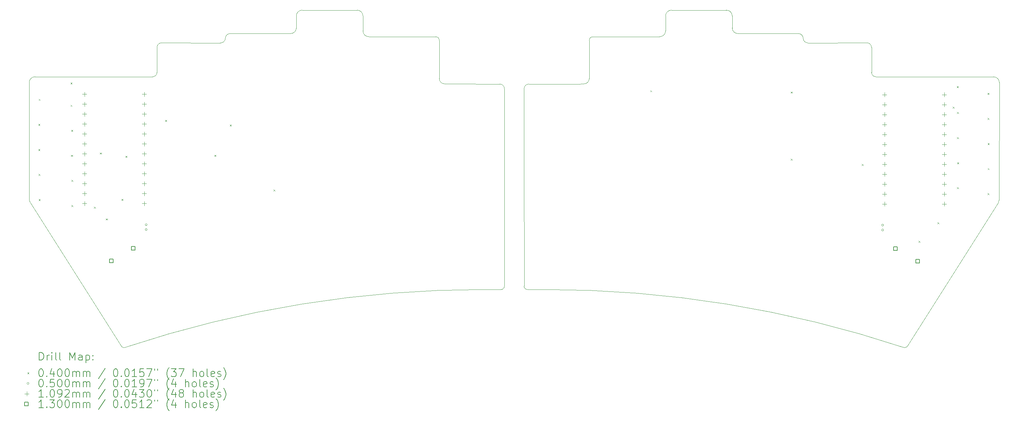
<source format=gbr>
%TF.GenerationSoftware,KiCad,Pcbnew,7.0.6*%
%TF.CreationDate,2024-10-08T23:05:20+02:00*%
%TF.ProjectId,KoalaKeeb_v1,4b6f616c-614b-4656-9562-5f76312e6b69,rev?*%
%TF.SameCoordinates,Original*%
%TF.FileFunction,Drillmap*%
%TF.FilePolarity,Positive*%
%FSLAX45Y45*%
G04 Gerber Fmt 4.5, Leading zero omitted, Abs format (unit mm)*
G04 Created by KiCad (PCBNEW 7.0.6) date 2024-10-08 23:05:20*
%MOMM*%
%LPD*%
G01*
G04 APERTURE LIST*
%ADD10C,0.100000*%
%ADD11C,0.200000*%
%ADD12C,0.040000*%
%ADD13C,0.050000*%
%ADD14C,0.109220*%
%ADD15C,0.130000*%
G04 APERTURE END LIST*
D10*
X16935788Y-4345065D02*
X16749788Y-4347061D01*
X20720789Y-2609061D02*
G75*
G03*
X20570788Y-2459061I-149999J1D01*
G01*
X11299048Y-2988962D02*
G75*
G03*
X11449042Y-3138962I150002J2D01*
G01*
X14909042Y-5488962D02*
X14909042Y-6208962D01*
X27537185Y-4311101D02*
X27535185Y-7307101D01*
X15530787Y-4348645D02*
X16749788Y-4347061D01*
X14789043Y-4348546D02*
X13570042Y-4346962D01*
X27512451Y-7374269D02*
G75*
G03*
X27535185Y-7307101I-126271J80170D01*
G01*
X2784645Y-7307002D02*
G75*
G03*
X2807379Y-7374170I149005J13002D01*
G01*
X19020788Y-2989061D02*
X19020788Y-2609061D01*
X13246048Y-4207962D02*
G75*
G03*
X13384042Y-4344966I138002J1002D01*
G01*
X20720789Y-2919061D02*
G75*
G03*
X20866854Y-3059187I146071J6071D01*
G01*
X14359042Y-9601602D02*
X14829042Y-9598962D01*
X19170788Y-2459068D02*
G75*
G03*
X19020788Y-2609061I-8J-149992D01*
G01*
X22655935Y-3298751D02*
X24155641Y-3293792D01*
X15411186Y-9511101D02*
G75*
G03*
X15490788Y-9599061I79604J-7959D01*
G01*
X2782645Y-4311002D02*
X2784645Y-7307002D01*
X2930645Y-4163005D02*
G75*
G03*
X2782645Y-4311002I-5J-147995D01*
G01*
X24276058Y-3414208D02*
G75*
G03*
X24155641Y-3293792I-120428J-12D01*
G01*
X9452976Y-3059088D02*
G75*
G03*
X9599042Y-2918962I-6J146198D01*
G01*
X13246053Y-3229962D02*
G75*
G03*
X13157042Y-3139962I-90003J2D01*
G01*
X13384042Y-4344966D02*
X13570042Y-4346962D01*
X7663895Y-3298652D02*
X6164189Y-3293693D01*
X5930645Y-4163009D02*
G75*
G03*
X6043645Y-4051002I-5J113009D01*
G01*
X5930645Y-4163006D02*
X2930645Y-4163002D01*
X14829042Y-9598962D02*
G75*
G03*
X14908645Y-9511002I-2J80002D01*
G01*
X27537179Y-4311101D02*
G75*
G03*
X27389185Y-4163101I-147999J1D01*
G01*
X24276057Y-3414208D02*
X24276185Y-4051101D01*
X5145046Y-11062317D02*
G75*
G03*
X5238734Y-11078040I54595J38317D01*
G01*
X25081095Y-11078139D02*
G75*
G03*
X15960788Y-9601701I-9120305J-27430921D01*
G01*
X18870788Y-3139068D02*
G75*
G03*
X19020788Y-2989061I-8J150008D01*
G01*
X6164189Y-3293693D02*
G75*
G03*
X6043773Y-3414109I11J-120427D01*
G01*
X16935788Y-4345062D02*
G75*
G03*
X17073788Y-4208061I2J138002D01*
G01*
X17073783Y-3230061D02*
X17073788Y-4208061D01*
X14909454Y-4468962D02*
G75*
G03*
X14789043Y-4348546I-120424J-9D01*
G01*
X11299042Y-2988962D02*
X11299042Y-2608962D01*
X22531205Y-3179061D02*
G75*
G03*
X22655935Y-3298751I124725J5141D01*
G01*
X20866854Y-3059187D02*
X22410788Y-3059061D01*
X14908645Y-9511002D02*
X14909042Y-6208962D01*
X2807645Y-7374002D02*
X5145051Y-11062313D01*
X15410788Y-5489061D02*
X15410788Y-6209061D01*
X7663895Y-3298652D02*
G75*
G03*
X7788626Y-3178962I5J124832D01*
G01*
X14359042Y-9601603D02*
G75*
G03*
X5238735Y-11078041I-2J-28907357D01*
G01*
X27512185Y-7374101D02*
X25174778Y-11062412D01*
X15411185Y-9511101D02*
X15410788Y-6209061D01*
X15530787Y-4348653D02*
G75*
G03*
X15410373Y-4469061I3J-120417D01*
G01*
X11299048Y-2608962D02*
G75*
G03*
X11149042Y-2458962I-149998J2D01*
G01*
X9452976Y-3059088D02*
X7909042Y-3058962D01*
X15960788Y-9601701D02*
X15490788Y-9599061D01*
X19170788Y-2459061D02*
X20570788Y-2459061D01*
X11149042Y-2458962D02*
X9749042Y-2458962D01*
X13157042Y-3139962D02*
X11449042Y-3138962D01*
X7909042Y-3058546D02*
G75*
G03*
X7788626Y-3178962I8J-120424D01*
G01*
X15410373Y-4469061D02*
X15410788Y-5489061D01*
X9749042Y-2458962D02*
G75*
G03*
X9599042Y-2608962I-2J-149998D01*
G01*
X6043773Y-3414109D02*
X6043645Y-4051002D01*
X9599042Y-2608962D02*
X9599042Y-2918962D01*
X25081091Y-11078145D02*
G75*
G03*
X25174778Y-11062412I39089J54045D01*
G01*
X22531205Y-3179061D02*
G75*
G03*
X22410788Y-3058645I-120425J-9D01*
G01*
X24389185Y-4163105D02*
X27389185Y-4163101D01*
X20720788Y-2609061D02*
X20720788Y-2919061D01*
X24276179Y-4051101D02*
G75*
G03*
X24389185Y-4163105I113001J1001D01*
G01*
X17162788Y-3140061D02*
X18870788Y-3139061D01*
X14909457Y-4468962D02*
X14909042Y-5488962D01*
X13246047Y-3229962D02*
X13246042Y-4207962D01*
X17162788Y-3140058D02*
G75*
G03*
X17073783Y-3230061I1002J-90002D01*
G01*
D11*
D12*
X3017645Y-5371002D02*
X3057645Y-5411002D01*
X3057645Y-5371002D02*
X3017645Y-5411002D01*
X3017645Y-6011002D02*
X3057645Y-6051002D01*
X3057645Y-6011002D02*
X3017645Y-6051002D01*
X3019645Y-6649002D02*
X3059645Y-6689002D01*
X3059645Y-6649002D02*
X3019645Y-6689002D01*
X3024645Y-4730002D02*
X3064645Y-4770002D01*
X3064645Y-4730002D02*
X3024645Y-4770002D01*
X3025645Y-7292002D02*
X3065645Y-7332002D01*
X3065645Y-7292002D02*
X3025645Y-7332002D01*
X3838645Y-4307002D02*
X3878645Y-4347002D01*
X3878645Y-4307002D02*
X3838645Y-4347002D01*
X3838645Y-4882002D02*
X3878645Y-4922002D01*
X3878645Y-4882002D02*
X3838645Y-4922002D01*
X3850645Y-6161002D02*
X3890645Y-6201002D01*
X3890645Y-6161002D02*
X3850645Y-6201002D01*
X3855645Y-5522002D02*
X3895645Y-5562002D01*
X3895645Y-5522002D02*
X3855645Y-5562002D01*
X3856645Y-7440002D02*
X3896645Y-7480002D01*
X3896645Y-7440002D02*
X3856645Y-7480002D01*
X3857645Y-6800002D02*
X3897645Y-6840002D01*
X3897645Y-6800002D02*
X3857645Y-6840002D01*
X4437645Y-7486002D02*
X4477645Y-7526002D01*
X4477645Y-7486002D02*
X4437645Y-7526002D01*
X4585645Y-6101002D02*
X4625645Y-6141002D01*
X4625645Y-6101002D02*
X4585645Y-6141002D01*
X4737645Y-7786002D02*
X4777645Y-7826002D01*
X4777645Y-7786002D02*
X4737645Y-7826002D01*
X5137645Y-7286002D02*
X5177645Y-7326002D01*
X5177645Y-7286002D02*
X5137645Y-7326002D01*
X5237645Y-6186002D02*
X5277645Y-6226002D01*
X5277645Y-6186002D02*
X5237645Y-6226002D01*
X6251645Y-5268002D02*
X6291645Y-5308002D01*
X6291645Y-5268002D02*
X6251645Y-5308002D01*
X7510645Y-6160002D02*
X7550645Y-6200002D01*
X7550645Y-6160002D02*
X7510645Y-6200002D01*
X7902645Y-5385002D02*
X7942645Y-5425002D01*
X7942645Y-5385002D02*
X7902645Y-5425002D01*
X9015645Y-7042002D02*
X9055645Y-7082002D01*
X9055645Y-7042002D02*
X9015645Y-7082002D01*
X18630788Y-4510061D02*
X18670788Y-4550061D01*
X18670788Y-4510061D02*
X18630788Y-4550061D01*
X22212788Y-4543061D02*
X22252788Y-4583061D01*
X22252788Y-4543061D02*
X22212788Y-4583061D01*
X22213788Y-6260061D02*
X22253788Y-6300061D01*
X22253788Y-6260061D02*
X22213788Y-6300061D01*
X24029788Y-6391061D02*
X24069788Y-6431061D01*
X24069788Y-6391061D02*
X24029788Y-6431061D01*
X25476788Y-8358061D02*
X25516788Y-8398061D01*
X25516788Y-8358061D02*
X25476788Y-8398061D01*
X25955788Y-7880061D02*
X25995788Y-7920061D01*
X25995788Y-7880061D02*
X25955788Y-7920061D01*
X26345788Y-4930061D02*
X26385788Y-4970061D01*
X26385788Y-4930061D02*
X26345788Y-4970061D01*
X26453788Y-4403061D02*
X26493788Y-4443061D01*
X26493788Y-4403061D02*
X26453788Y-4443061D01*
X26459788Y-5065061D02*
X26499788Y-5105061D01*
X26499788Y-5065061D02*
X26459788Y-5105061D01*
X26459788Y-5707061D02*
X26499788Y-5747061D01*
X26499788Y-5707061D02*
X26459788Y-5747061D01*
X26459788Y-6987061D02*
X26499788Y-7027061D01*
X26499788Y-6987061D02*
X26459788Y-7027061D01*
X26461788Y-6348061D02*
X26501788Y-6388061D01*
X26501788Y-6348061D02*
X26461788Y-6388061D01*
X27237788Y-4577061D02*
X27277788Y-4617061D01*
X27277788Y-4577061D02*
X27237788Y-4617061D01*
X27237788Y-5217061D02*
X27277788Y-5257061D01*
X27277788Y-5217061D02*
X27237788Y-5257061D01*
X27238788Y-7137061D02*
X27278788Y-7177061D01*
X27278788Y-7137061D02*
X27238788Y-7177061D01*
X27239788Y-6498061D02*
X27279788Y-6538061D01*
X27279788Y-6498061D02*
X27239788Y-6538061D01*
X27240788Y-5858061D02*
X27280788Y-5898061D01*
X27280788Y-5858061D02*
X27240788Y-5898061D01*
D13*
X5792245Y-7943502D02*
G75*
G03*
X5792245Y-7943502I-25000J0D01*
G01*
X5792245Y-8068502D02*
G75*
G03*
X5792245Y-8068502I-25000J0D01*
G01*
X24584188Y-7954561D02*
G75*
G03*
X24584188Y-7954561I-25000J0D01*
G01*
X24584188Y-8079561D02*
G75*
G03*
X24584188Y-8079561I-25000J0D01*
G01*
D14*
X4195645Y-4554392D02*
X4195645Y-4663612D01*
X4141035Y-4609002D02*
X4250255Y-4609002D01*
X4195645Y-4808392D02*
X4195645Y-4917612D01*
X4141035Y-4863002D02*
X4250255Y-4863002D01*
X4195645Y-5062392D02*
X4195645Y-5171612D01*
X4141035Y-5117002D02*
X4250255Y-5117002D01*
X4195645Y-5316392D02*
X4195645Y-5425612D01*
X4141035Y-5371002D02*
X4250255Y-5371002D01*
X4195645Y-5570392D02*
X4195645Y-5679612D01*
X4141035Y-5625002D02*
X4250255Y-5625002D01*
X4195645Y-5824392D02*
X4195645Y-5933612D01*
X4141035Y-5879002D02*
X4250255Y-5879002D01*
X4195645Y-6078392D02*
X4195645Y-6187612D01*
X4141035Y-6133002D02*
X4250255Y-6133002D01*
X4195645Y-6332392D02*
X4195645Y-6441612D01*
X4141035Y-6387002D02*
X4250255Y-6387002D01*
X4195645Y-6586392D02*
X4195645Y-6695612D01*
X4141035Y-6641002D02*
X4250255Y-6641002D01*
X4195645Y-6840392D02*
X4195645Y-6949612D01*
X4141035Y-6895002D02*
X4250255Y-6895002D01*
X4195645Y-7094392D02*
X4195645Y-7203612D01*
X4141035Y-7149002D02*
X4250255Y-7149002D01*
X4195645Y-7348392D02*
X4195645Y-7457612D01*
X4141035Y-7403002D02*
X4250255Y-7403002D01*
X5719645Y-4554392D02*
X5719645Y-4663612D01*
X5665035Y-4609002D02*
X5774255Y-4609002D01*
X5719645Y-4808392D02*
X5719645Y-4917612D01*
X5665035Y-4863002D02*
X5774255Y-4863002D01*
X5719645Y-5062392D02*
X5719645Y-5171612D01*
X5665035Y-5117002D02*
X5774255Y-5117002D01*
X5719645Y-5316392D02*
X5719645Y-5425612D01*
X5665035Y-5371002D02*
X5774255Y-5371002D01*
X5719645Y-5570392D02*
X5719645Y-5679612D01*
X5665035Y-5625002D02*
X5774255Y-5625002D01*
X5719645Y-5824392D02*
X5719645Y-5933612D01*
X5665035Y-5879002D02*
X5774255Y-5879002D01*
X5719645Y-6078392D02*
X5719645Y-6187612D01*
X5665035Y-6133002D02*
X5774255Y-6133002D01*
X5719645Y-6332392D02*
X5719645Y-6441612D01*
X5665035Y-6387002D02*
X5774255Y-6387002D01*
X5719645Y-6586392D02*
X5719645Y-6695612D01*
X5665035Y-6641002D02*
X5774255Y-6641002D01*
X5719645Y-6840392D02*
X5719645Y-6949612D01*
X5665035Y-6895002D02*
X5774255Y-6895002D01*
X5719645Y-7094392D02*
X5719645Y-7203612D01*
X5665035Y-7149002D02*
X5774255Y-7149002D01*
X5719645Y-7348392D02*
X5719645Y-7457612D01*
X5665035Y-7403002D02*
X5774255Y-7403002D01*
X24606788Y-4565451D02*
X24606788Y-4674671D01*
X24552178Y-4620061D02*
X24661398Y-4620061D01*
X24606788Y-4819451D02*
X24606788Y-4928671D01*
X24552178Y-4874061D02*
X24661398Y-4874061D01*
X24606788Y-5073451D02*
X24606788Y-5182671D01*
X24552178Y-5128061D02*
X24661398Y-5128061D01*
X24606788Y-5327451D02*
X24606788Y-5436671D01*
X24552178Y-5382061D02*
X24661398Y-5382061D01*
X24606788Y-5581451D02*
X24606788Y-5690671D01*
X24552178Y-5636061D02*
X24661398Y-5636061D01*
X24606788Y-5835451D02*
X24606788Y-5944671D01*
X24552178Y-5890061D02*
X24661398Y-5890061D01*
X24606788Y-6089451D02*
X24606788Y-6198671D01*
X24552178Y-6144061D02*
X24661398Y-6144061D01*
X24606788Y-6343451D02*
X24606788Y-6452671D01*
X24552178Y-6398061D02*
X24661398Y-6398061D01*
X24606788Y-6597451D02*
X24606788Y-6706671D01*
X24552178Y-6652061D02*
X24661398Y-6652061D01*
X24606788Y-6851451D02*
X24606788Y-6960671D01*
X24552178Y-6906061D02*
X24661398Y-6906061D01*
X24606788Y-7105451D02*
X24606788Y-7214671D01*
X24552178Y-7160061D02*
X24661398Y-7160061D01*
X24606788Y-7359451D02*
X24606788Y-7468671D01*
X24552178Y-7414061D02*
X24661398Y-7414061D01*
X26130788Y-4565451D02*
X26130788Y-4674671D01*
X26076178Y-4620061D02*
X26185398Y-4620061D01*
X26130788Y-4819451D02*
X26130788Y-4928671D01*
X26076178Y-4874061D02*
X26185398Y-4874061D01*
X26130788Y-5073451D02*
X26130788Y-5182671D01*
X26076178Y-5128061D02*
X26185398Y-5128061D01*
X26130788Y-5327451D02*
X26130788Y-5436671D01*
X26076178Y-5382061D02*
X26185398Y-5382061D01*
X26130788Y-5581451D02*
X26130788Y-5690671D01*
X26076178Y-5636061D02*
X26185398Y-5636061D01*
X26130788Y-5835451D02*
X26130788Y-5944671D01*
X26076178Y-5890061D02*
X26185398Y-5890061D01*
X26130788Y-6089451D02*
X26130788Y-6198671D01*
X26076178Y-6144061D02*
X26185398Y-6144061D01*
X26130788Y-6343451D02*
X26130788Y-6452671D01*
X26076178Y-6398061D02*
X26185398Y-6398061D01*
X26130788Y-6597451D02*
X26130788Y-6706671D01*
X26076178Y-6652061D02*
X26185398Y-6652061D01*
X26130788Y-6851451D02*
X26130788Y-6960671D01*
X26076178Y-6906061D02*
X26185398Y-6906061D01*
X26130788Y-7105451D02*
X26130788Y-7214671D01*
X26076178Y-7160061D02*
X26185398Y-7160061D01*
X26130788Y-7359451D02*
X26130788Y-7468671D01*
X26076178Y-7414061D02*
X26185398Y-7414061D01*
D15*
X4922149Y-8914464D02*
X4922149Y-8822539D01*
X4830224Y-8822539D01*
X4830224Y-8914464D01*
X4922149Y-8914464D01*
X5485065Y-8589464D02*
X5485065Y-8497539D01*
X5393141Y-8497539D01*
X5393141Y-8589464D01*
X5485065Y-8589464D01*
X24933292Y-8600523D02*
X24933292Y-8508599D01*
X24841367Y-8508599D01*
X24841367Y-8600523D01*
X24933292Y-8600523D01*
X25496209Y-8925523D02*
X25496209Y-8833599D01*
X25404284Y-8833599D01*
X25404284Y-8925523D01*
X25496209Y-8925523D01*
D11*
X3038421Y-11407283D02*
X3038421Y-11207283D01*
X3038421Y-11207283D02*
X3086040Y-11207283D01*
X3086040Y-11207283D02*
X3114612Y-11216807D01*
X3114612Y-11216807D02*
X3133660Y-11235854D01*
X3133660Y-11235854D02*
X3143183Y-11254902D01*
X3143183Y-11254902D02*
X3152707Y-11292997D01*
X3152707Y-11292997D02*
X3152707Y-11321569D01*
X3152707Y-11321569D02*
X3143183Y-11359664D01*
X3143183Y-11359664D02*
X3133660Y-11378712D01*
X3133660Y-11378712D02*
X3114612Y-11397759D01*
X3114612Y-11397759D02*
X3086040Y-11407283D01*
X3086040Y-11407283D02*
X3038421Y-11407283D01*
X3238421Y-11407283D02*
X3238421Y-11273950D01*
X3238421Y-11312045D02*
X3247945Y-11292997D01*
X3247945Y-11292997D02*
X3257469Y-11283473D01*
X3257469Y-11283473D02*
X3276517Y-11273950D01*
X3276517Y-11273950D02*
X3295564Y-11273950D01*
X3362231Y-11407283D02*
X3362231Y-11273950D01*
X3362231Y-11207283D02*
X3352707Y-11216807D01*
X3352707Y-11216807D02*
X3362231Y-11226331D01*
X3362231Y-11226331D02*
X3371755Y-11216807D01*
X3371755Y-11216807D02*
X3362231Y-11207283D01*
X3362231Y-11207283D02*
X3362231Y-11226331D01*
X3486040Y-11407283D02*
X3466993Y-11397759D01*
X3466993Y-11397759D02*
X3457469Y-11378712D01*
X3457469Y-11378712D02*
X3457469Y-11207283D01*
X3590802Y-11407283D02*
X3571755Y-11397759D01*
X3571755Y-11397759D02*
X3562231Y-11378712D01*
X3562231Y-11378712D02*
X3562231Y-11207283D01*
X3819374Y-11407283D02*
X3819374Y-11207283D01*
X3819374Y-11207283D02*
X3886041Y-11350140D01*
X3886041Y-11350140D02*
X3952707Y-11207283D01*
X3952707Y-11207283D02*
X3952707Y-11407283D01*
X4133660Y-11407283D02*
X4133660Y-11302521D01*
X4133660Y-11302521D02*
X4124136Y-11283473D01*
X4124136Y-11283473D02*
X4105088Y-11273950D01*
X4105088Y-11273950D02*
X4066993Y-11273950D01*
X4066993Y-11273950D02*
X4047945Y-11283473D01*
X4133660Y-11397759D02*
X4114612Y-11407283D01*
X4114612Y-11407283D02*
X4066993Y-11407283D01*
X4066993Y-11407283D02*
X4047945Y-11397759D01*
X4047945Y-11397759D02*
X4038421Y-11378712D01*
X4038421Y-11378712D02*
X4038421Y-11359664D01*
X4038421Y-11359664D02*
X4047945Y-11340616D01*
X4047945Y-11340616D02*
X4066993Y-11331093D01*
X4066993Y-11331093D02*
X4114612Y-11331093D01*
X4114612Y-11331093D02*
X4133660Y-11321569D01*
X4228898Y-11273950D02*
X4228898Y-11473950D01*
X4228898Y-11283473D02*
X4247945Y-11273950D01*
X4247945Y-11273950D02*
X4286041Y-11273950D01*
X4286041Y-11273950D02*
X4305088Y-11283473D01*
X4305088Y-11283473D02*
X4314612Y-11292997D01*
X4314612Y-11292997D02*
X4324136Y-11312045D01*
X4324136Y-11312045D02*
X4324136Y-11369188D01*
X4324136Y-11369188D02*
X4314612Y-11388235D01*
X4314612Y-11388235D02*
X4305088Y-11397759D01*
X4305088Y-11397759D02*
X4286041Y-11407283D01*
X4286041Y-11407283D02*
X4247945Y-11407283D01*
X4247945Y-11407283D02*
X4228898Y-11397759D01*
X4409850Y-11388235D02*
X4419374Y-11397759D01*
X4419374Y-11397759D02*
X4409850Y-11407283D01*
X4409850Y-11407283D02*
X4400326Y-11397759D01*
X4400326Y-11397759D02*
X4409850Y-11388235D01*
X4409850Y-11388235D02*
X4409850Y-11407283D01*
X4409850Y-11283473D02*
X4419374Y-11292997D01*
X4419374Y-11292997D02*
X4409850Y-11302521D01*
X4409850Y-11302521D02*
X4400326Y-11292997D01*
X4400326Y-11292997D02*
X4409850Y-11283473D01*
X4409850Y-11283473D02*
X4409850Y-11302521D01*
D12*
X2737645Y-11715799D02*
X2777645Y-11755799D01*
X2777645Y-11715799D02*
X2737645Y-11755799D01*
D11*
X3076517Y-11627283D02*
X3095564Y-11627283D01*
X3095564Y-11627283D02*
X3114612Y-11636807D01*
X3114612Y-11636807D02*
X3124136Y-11646331D01*
X3124136Y-11646331D02*
X3133660Y-11665378D01*
X3133660Y-11665378D02*
X3143183Y-11703473D01*
X3143183Y-11703473D02*
X3143183Y-11751093D01*
X3143183Y-11751093D02*
X3133660Y-11789188D01*
X3133660Y-11789188D02*
X3124136Y-11808235D01*
X3124136Y-11808235D02*
X3114612Y-11817759D01*
X3114612Y-11817759D02*
X3095564Y-11827283D01*
X3095564Y-11827283D02*
X3076517Y-11827283D01*
X3076517Y-11827283D02*
X3057469Y-11817759D01*
X3057469Y-11817759D02*
X3047945Y-11808235D01*
X3047945Y-11808235D02*
X3038421Y-11789188D01*
X3038421Y-11789188D02*
X3028898Y-11751093D01*
X3028898Y-11751093D02*
X3028898Y-11703473D01*
X3028898Y-11703473D02*
X3038421Y-11665378D01*
X3038421Y-11665378D02*
X3047945Y-11646331D01*
X3047945Y-11646331D02*
X3057469Y-11636807D01*
X3057469Y-11636807D02*
X3076517Y-11627283D01*
X3228898Y-11808235D02*
X3238421Y-11817759D01*
X3238421Y-11817759D02*
X3228898Y-11827283D01*
X3228898Y-11827283D02*
X3219374Y-11817759D01*
X3219374Y-11817759D02*
X3228898Y-11808235D01*
X3228898Y-11808235D02*
X3228898Y-11827283D01*
X3409850Y-11693950D02*
X3409850Y-11827283D01*
X3362231Y-11617759D02*
X3314612Y-11760616D01*
X3314612Y-11760616D02*
X3438421Y-11760616D01*
X3552707Y-11627283D02*
X3571755Y-11627283D01*
X3571755Y-11627283D02*
X3590802Y-11636807D01*
X3590802Y-11636807D02*
X3600326Y-11646331D01*
X3600326Y-11646331D02*
X3609850Y-11665378D01*
X3609850Y-11665378D02*
X3619374Y-11703473D01*
X3619374Y-11703473D02*
X3619374Y-11751093D01*
X3619374Y-11751093D02*
X3609850Y-11789188D01*
X3609850Y-11789188D02*
X3600326Y-11808235D01*
X3600326Y-11808235D02*
X3590802Y-11817759D01*
X3590802Y-11817759D02*
X3571755Y-11827283D01*
X3571755Y-11827283D02*
X3552707Y-11827283D01*
X3552707Y-11827283D02*
X3533660Y-11817759D01*
X3533660Y-11817759D02*
X3524136Y-11808235D01*
X3524136Y-11808235D02*
X3514612Y-11789188D01*
X3514612Y-11789188D02*
X3505088Y-11751093D01*
X3505088Y-11751093D02*
X3505088Y-11703473D01*
X3505088Y-11703473D02*
X3514612Y-11665378D01*
X3514612Y-11665378D02*
X3524136Y-11646331D01*
X3524136Y-11646331D02*
X3533660Y-11636807D01*
X3533660Y-11636807D02*
X3552707Y-11627283D01*
X3743183Y-11627283D02*
X3762231Y-11627283D01*
X3762231Y-11627283D02*
X3781279Y-11636807D01*
X3781279Y-11636807D02*
X3790802Y-11646331D01*
X3790802Y-11646331D02*
X3800326Y-11665378D01*
X3800326Y-11665378D02*
X3809850Y-11703473D01*
X3809850Y-11703473D02*
X3809850Y-11751093D01*
X3809850Y-11751093D02*
X3800326Y-11789188D01*
X3800326Y-11789188D02*
X3790802Y-11808235D01*
X3790802Y-11808235D02*
X3781279Y-11817759D01*
X3781279Y-11817759D02*
X3762231Y-11827283D01*
X3762231Y-11827283D02*
X3743183Y-11827283D01*
X3743183Y-11827283D02*
X3724136Y-11817759D01*
X3724136Y-11817759D02*
X3714612Y-11808235D01*
X3714612Y-11808235D02*
X3705088Y-11789188D01*
X3705088Y-11789188D02*
X3695564Y-11751093D01*
X3695564Y-11751093D02*
X3695564Y-11703473D01*
X3695564Y-11703473D02*
X3705088Y-11665378D01*
X3705088Y-11665378D02*
X3714612Y-11646331D01*
X3714612Y-11646331D02*
X3724136Y-11636807D01*
X3724136Y-11636807D02*
X3743183Y-11627283D01*
X3895564Y-11827283D02*
X3895564Y-11693950D01*
X3895564Y-11712997D02*
X3905088Y-11703473D01*
X3905088Y-11703473D02*
X3924136Y-11693950D01*
X3924136Y-11693950D02*
X3952707Y-11693950D01*
X3952707Y-11693950D02*
X3971755Y-11703473D01*
X3971755Y-11703473D02*
X3981279Y-11722521D01*
X3981279Y-11722521D02*
X3981279Y-11827283D01*
X3981279Y-11722521D02*
X3990802Y-11703473D01*
X3990802Y-11703473D02*
X4009850Y-11693950D01*
X4009850Y-11693950D02*
X4038421Y-11693950D01*
X4038421Y-11693950D02*
X4057469Y-11703473D01*
X4057469Y-11703473D02*
X4066993Y-11722521D01*
X4066993Y-11722521D02*
X4066993Y-11827283D01*
X4162231Y-11827283D02*
X4162231Y-11693950D01*
X4162231Y-11712997D02*
X4171755Y-11703473D01*
X4171755Y-11703473D02*
X4190802Y-11693950D01*
X4190802Y-11693950D02*
X4219374Y-11693950D01*
X4219374Y-11693950D02*
X4238422Y-11703473D01*
X4238422Y-11703473D02*
X4247945Y-11722521D01*
X4247945Y-11722521D02*
X4247945Y-11827283D01*
X4247945Y-11722521D02*
X4257469Y-11703473D01*
X4257469Y-11703473D02*
X4276517Y-11693950D01*
X4276517Y-11693950D02*
X4305088Y-11693950D01*
X4305088Y-11693950D02*
X4324136Y-11703473D01*
X4324136Y-11703473D02*
X4333660Y-11722521D01*
X4333660Y-11722521D02*
X4333660Y-11827283D01*
X4724136Y-11617759D02*
X4552707Y-11874902D01*
X4981279Y-11627283D02*
X5000327Y-11627283D01*
X5000327Y-11627283D02*
X5019374Y-11636807D01*
X5019374Y-11636807D02*
X5028898Y-11646331D01*
X5028898Y-11646331D02*
X5038422Y-11665378D01*
X5038422Y-11665378D02*
X5047946Y-11703473D01*
X5047946Y-11703473D02*
X5047946Y-11751093D01*
X5047946Y-11751093D02*
X5038422Y-11789188D01*
X5038422Y-11789188D02*
X5028898Y-11808235D01*
X5028898Y-11808235D02*
X5019374Y-11817759D01*
X5019374Y-11817759D02*
X5000327Y-11827283D01*
X5000327Y-11827283D02*
X4981279Y-11827283D01*
X4981279Y-11827283D02*
X4962231Y-11817759D01*
X4962231Y-11817759D02*
X4952707Y-11808235D01*
X4952707Y-11808235D02*
X4943184Y-11789188D01*
X4943184Y-11789188D02*
X4933660Y-11751093D01*
X4933660Y-11751093D02*
X4933660Y-11703473D01*
X4933660Y-11703473D02*
X4943184Y-11665378D01*
X4943184Y-11665378D02*
X4952707Y-11646331D01*
X4952707Y-11646331D02*
X4962231Y-11636807D01*
X4962231Y-11636807D02*
X4981279Y-11627283D01*
X5133660Y-11808235D02*
X5143184Y-11817759D01*
X5143184Y-11817759D02*
X5133660Y-11827283D01*
X5133660Y-11827283D02*
X5124136Y-11817759D01*
X5124136Y-11817759D02*
X5133660Y-11808235D01*
X5133660Y-11808235D02*
X5133660Y-11827283D01*
X5266993Y-11627283D02*
X5286041Y-11627283D01*
X5286041Y-11627283D02*
X5305088Y-11636807D01*
X5305088Y-11636807D02*
X5314612Y-11646331D01*
X5314612Y-11646331D02*
X5324136Y-11665378D01*
X5324136Y-11665378D02*
X5333660Y-11703473D01*
X5333660Y-11703473D02*
X5333660Y-11751093D01*
X5333660Y-11751093D02*
X5324136Y-11789188D01*
X5324136Y-11789188D02*
X5314612Y-11808235D01*
X5314612Y-11808235D02*
X5305088Y-11817759D01*
X5305088Y-11817759D02*
X5286041Y-11827283D01*
X5286041Y-11827283D02*
X5266993Y-11827283D01*
X5266993Y-11827283D02*
X5247946Y-11817759D01*
X5247946Y-11817759D02*
X5238422Y-11808235D01*
X5238422Y-11808235D02*
X5228898Y-11789188D01*
X5228898Y-11789188D02*
X5219374Y-11751093D01*
X5219374Y-11751093D02*
X5219374Y-11703473D01*
X5219374Y-11703473D02*
X5228898Y-11665378D01*
X5228898Y-11665378D02*
X5238422Y-11646331D01*
X5238422Y-11646331D02*
X5247946Y-11636807D01*
X5247946Y-11636807D02*
X5266993Y-11627283D01*
X5524136Y-11827283D02*
X5409850Y-11827283D01*
X5466993Y-11827283D02*
X5466993Y-11627283D01*
X5466993Y-11627283D02*
X5447946Y-11655854D01*
X5447946Y-11655854D02*
X5428898Y-11674902D01*
X5428898Y-11674902D02*
X5409850Y-11684426D01*
X5705088Y-11627283D02*
X5609850Y-11627283D01*
X5609850Y-11627283D02*
X5600326Y-11722521D01*
X5600326Y-11722521D02*
X5609850Y-11712997D01*
X5609850Y-11712997D02*
X5628898Y-11703473D01*
X5628898Y-11703473D02*
X5676517Y-11703473D01*
X5676517Y-11703473D02*
X5695565Y-11712997D01*
X5695565Y-11712997D02*
X5705088Y-11722521D01*
X5705088Y-11722521D02*
X5714612Y-11741569D01*
X5714612Y-11741569D02*
X5714612Y-11789188D01*
X5714612Y-11789188D02*
X5705088Y-11808235D01*
X5705088Y-11808235D02*
X5695565Y-11817759D01*
X5695565Y-11817759D02*
X5676517Y-11827283D01*
X5676517Y-11827283D02*
X5628898Y-11827283D01*
X5628898Y-11827283D02*
X5609850Y-11817759D01*
X5609850Y-11817759D02*
X5600326Y-11808235D01*
X5781279Y-11627283D02*
X5914612Y-11627283D01*
X5914612Y-11627283D02*
X5828898Y-11827283D01*
X5981279Y-11627283D02*
X5981279Y-11665378D01*
X6057469Y-11627283D02*
X6057469Y-11665378D01*
X6352708Y-11903473D02*
X6343184Y-11893950D01*
X6343184Y-11893950D02*
X6324136Y-11865378D01*
X6324136Y-11865378D02*
X6314612Y-11846331D01*
X6314612Y-11846331D02*
X6305088Y-11817759D01*
X6305088Y-11817759D02*
X6295565Y-11770140D01*
X6295565Y-11770140D02*
X6295565Y-11732045D01*
X6295565Y-11732045D02*
X6305088Y-11684426D01*
X6305088Y-11684426D02*
X6314612Y-11655854D01*
X6314612Y-11655854D02*
X6324136Y-11636807D01*
X6324136Y-11636807D02*
X6343184Y-11608235D01*
X6343184Y-11608235D02*
X6352708Y-11598712D01*
X6409850Y-11627283D02*
X6533660Y-11627283D01*
X6533660Y-11627283D02*
X6466993Y-11703473D01*
X6466993Y-11703473D02*
X6495565Y-11703473D01*
X6495565Y-11703473D02*
X6514612Y-11712997D01*
X6514612Y-11712997D02*
X6524136Y-11722521D01*
X6524136Y-11722521D02*
X6533660Y-11741569D01*
X6533660Y-11741569D02*
X6533660Y-11789188D01*
X6533660Y-11789188D02*
X6524136Y-11808235D01*
X6524136Y-11808235D02*
X6514612Y-11817759D01*
X6514612Y-11817759D02*
X6495565Y-11827283D01*
X6495565Y-11827283D02*
X6438422Y-11827283D01*
X6438422Y-11827283D02*
X6419374Y-11817759D01*
X6419374Y-11817759D02*
X6409850Y-11808235D01*
X6600327Y-11627283D02*
X6733660Y-11627283D01*
X6733660Y-11627283D02*
X6647946Y-11827283D01*
X6962231Y-11827283D02*
X6962231Y-11627283D01*
X7047946Y-11827283D02*
X7047946Y-11722521D01*
X7047946Y-11722521D02*
X7038422Y-11703473D01*
X7038422Y-11703473D02*
X7019374Y-11693950D01*
X7019374Y-11693950D02*
X6990803Y-11693950D01*
X6990803Y-11693950D02*
X6971755Y-11703473D01*
X6971755Y-11703473D02*
X6962231Y-11712997D01*
X7171755Y-11827283D02*
X7152708Y-11817759D01*
X7152708Y-11817759D02*
X7143184Y-11808235D01*
X7143184Y-11808235D02*
X7133660Y-11789188D01*
X7133660Y-11789188D02*
X7133660Y-11732045D01*
X7133660Y-11732045D02*
X7143184Y-11712997D01*
X7143184Y-11712997D02*
X7152708Y-11703473D01*
X7152708Y-11703473D02*
X7171755Y-11693950D01*
X7171755Y-11693950D02*
X7200327Y-11693950D01*
X7200327Y-11693950D02*
X7219374Y-11703473D01*
X7219374Y-11703473D02*
X7228898Y-11712997D01*
X7228898Y-11712997D02*
X7238422Y-11732045D01*
X7238422Y-11732045D02*
X7238422Y-11789188D01*
X7238422Y-11789188D02*
X7228898Y-11808235D01*
X7228898Y-11808235D02*
X7219374Y-11817759D01*
X7219374Y-11817759D02*
X7200327Y-11827283D01*
X7200327Y-11827283D02*
X7171755Y-11827283D01*
X7352708Y-11827283D02*
X7333660Y-11817759D01*
X7333660Y-11817759D02*
X7324136Y-11798712D01*
X7324136Y-11798712D02*
X7324136Y-11627283D01*
X7505089Y-11817759D02*
X7486041Y-11827283D01*
X7486041Y-11827283D02*
X7447946Y-11827283D01*
X7447946Y-11827283D02*
X7428898Y-11817759D01*
X7428898Y-11817759D02*
X7419374Y-11798712D01*
X7419374Y-11798712D02*
X7419374Y-11722521D01*
X7419374Y-11722521D02*
X7428898Y-11703473D01*
X7428898Y-11703473D02*
X7447946Y-11693950D01*
X7447946Y-11693950D02*
X7486041Y-11693950D01*
X7486041Y-11693950D02*
X7505089Y-11703473D01*
X7505089Y-11703473D02*
X7514612Y-11722521D01*
X7514612Y-11722521D02*
X7514612Y-11741569D01*
X7514612Y-11741569D02*
X7419374Y-11760616D01*
X7590803Y-11817759D02*
X7609850Y-11827283D01*
X7609850Y-11827283D02*
X7647946Y-11827283D01*
X7647946Y-11827283D02*
X7666993Y-11817759D01*
X7666993Y-11817759D02*
X7676517Y-11798712D01*
X7676517Y-11798712D02*
X7676517Y-11789188D01*
X7676517Y-11789188D02*
X7666993Y-11770140D01*
X7666993Y-11770140D02*
X7647946Y-11760616D01*
X7647946Y-11760616D02*
X7619374Y-11760616D01*
X7619374Y-11760616D02*
X7600327Y-11751093D01*
X7600327Y-11751093D02*
X7590803Y-11732045D01*
X7590803Y-11732045D02*
X7590803Y-11722521D01*
X7590803Y-11722521D02*
X7600327Y-11703473D01*
X7600327Y-11703473D02*
X7619374Y-11693950D01*
X7619374Y-11693950D02*
X7647946Y-11693950D01*
X7647946Y-11693950D02*
X7666993Y-11703473D01*
X7743184Y-11903473D02*
X7752708Y-11893950D01*
X7752708Y-11893950D02*
X7771755Y-11865378D01*
X7771755Y-11865378D02*
X7781279Y-11846331D01*
X7781279Y-11846331D02*
X7790803Y-11817759D01*
X7790803Y-11817759D02*
X7800327Y-11770140D01*
X7800327Y-11770140D02*
X7800327Y-11732045D01*
X7800327Y-11732045D02*
X7790803Y-11684426D01*
X7790803Y-11684426D02*
X7781279Y-11655854D01*
X7781279Y-11655854D02*
X7771755Y-11636807D01*
X7771755Y-11636807D02*
X7752708Y-11608235D01*
X7752708Y-11608235D02*
X7743184Y-11598712D01*
D13*
X2777645Y-11999799D02*
G75*
G03*
X2777645Y-11999799I-25000J0D01*
G01*
D11*
X3076517Y-11891283D02*
X3095564Y-11891283D01*
X3095564Y-11891283D02*
X3114612Y-11900807D01*
X3114612Y-11900807D02*
X3124136Y-11910331D01*
X3124136Y-11910331D02*
X3133660Y-11929378D01*
X3133660Y-11929378D02*
X3143183Y-11967473D01*
X3143183Y-11967473D02*
X3143183Y-12015093D01*
X3143183Y-12015093D02*
X3133660Y-12053188D01*
X3133660Y-12053188D02*
X3124136Y-12072235D01*
X3124136Y-12072235D02*
X3114612Y-12081759D01*
X3114612Y-12081759D02*
X3095564Y-12091283D01*
X3095564Y-12091283D02*
X3076517Y-12091283D01*
X3076517Y-12091283D02*
X3057469Y-12081759D01*
X3057469Y-12081759D02*
X3047945Y-12072235D01*
X3047945Y-12072235D02*
X3038421Y-12053188D01*
X3038421Y-12053188D02*
X3028898Y-12015093D01*
X3028898Y-12015093D02*
X3028898Y-11967473D01*
X3028898Y-11967473D02*
X3038421Y-11929378D01*
X3038421Y-11929378D02*
X3047945Y-11910331D01*
X3047945Y-11910331D02*
X3057469Y-11900807D01*
X3057469Y-11900807D02*
X3076517Y-11891283D01*
X3228898Y-12072235D02*
X3238421Y-12081759D01*
X3238421Y-12081759D02*
X3228898Y-12091283D01*
X3228898Y-12091283D02*
X3219374Y-12081759D01*
X3219374Y-12081759D02*
X3228898Y-12072235D01*
X3228898Y-12072235D02*
X3228898Y-12091283D01*
X3419374Y-11891283D02*
X3324136Y-11891283D01*
X3324136Y-11891283D02*
X3314612Y-11986521D01*
X3314612Y-11986521D02*
X3324136Y-11976997D01*
X3324136Y-11976997D02*
X3343183Y-11967473D01*
X3343183Y-11967473D02*
X3390802Y-11967473D01*
X3390802Y-11967473D02*
X3409850Y-11976997D01*
X3409850Y-11976997D02*
X3419374Y-11986521D01*
X3419374Y-11986521D02*
X3428898Y-12005569D01*
X3428898Y-12005569D02*
X3428898Y-12053188D01*
X3428898Y-12053188D02*
X3419374Y-12072235D01*
X3419374Y-12072235D02*
X3409850Y-12081759D01*
X3409850Y-12081759D02*
X3390802Y-12091283D01*
X3390802Y-12091283D02*
X3343183Y-12091283D01*
X3343183Y-12091283D02*
X3324136Y-12081759D01*
X3324136Y-12081759D02*
X3314612Y-12072235D01*
X3552707Y-11891283D02*
X3571755Y-11891283D01*
X3571755Y-11891283D02*
X3590802Y-11900807D01*
X3590802Y-11900807D02*
X3600326Y-11910331D01*
X3600326Y-11910331D02*
X3609850Y-11929378D01*
X3609850Y-11929378D02*
X3619374Y-11967473D01*
X3619374Y-11967473D02*
X3619374Y-12015093D01*
X3619374Y-12015093D02*
X3609850Y-12053188D01*
X3609850Y-12053188D02*
X3600326Y-12072235D01*
X3600326Y-12072235D02*
X3590802Y-12081759D01*
X3590802Y-12081759D02*
X3571755Y-12091283D01*
X3571755Y-12091283D02*
X3552707Y-12091283D01*
X3552707Y-12091283D02*
X3533660Y-12081759D01*
X3533660Y-12081759D02*
X3524136Y-12072235D01*
X3524136Y-12072235D02*
X3514612Y-12053188D01*
X3514612Y-12053188D02*
X3505088Y-12015093D01*
X3505088Y-12015093D02*
X3505088Y-11967473D01*
X3505088Y-11967473D02*
X3514612Y-11929378D01*
X3514612Y-11929378D02*
X3524136Y-11910331D01*
X3524136Y-11910331D02*
X3533660Y-11900807D01*
X3533660Y-11900807D02*
X3552707Y-11891283D01*
X3743183Y-11891283D02*
X3762231Y-11891283D01*
X3762231Y-11891283D02*
X3781279Y-11900807D01*
X3781279Y-11900807D02*
X3790802Y-11910331D01*
X3790802Y-11910331D02*
X3800326Y-11929378D01*
X3800326Y-11929378D02*
X3809850Y-11967473D01*
X3809850Y-11967473D02*
X3809850Y-12015093D01*
X3809850Y-12015093D02*
X3800326Y-12053188D01*
X3800326Y-12053188D02*
X3790802Y-12072235D01*
X3790802Y-12072235D02*
X3781279Y-12081759D01*
X3781279Y-12081759D02*
X3762231Y-12091283D01*
X3762231Y-12091283D02*
X3743183Y-12091283D01*
X3743183Y-12091283D02*
X3724136Y-12081759D01*
X3724136Y-12081759D02*
X3714612Y-12072235D01*
X3714612Y-12072235D02*
X3705088Y-12053188D01*
X3705088Y-12053188D02*
X3695564Y-12015093D01*
X3695564Y-12015093D02*
X3695564Y-11967473D01*
X3695564Y-11967473D02*
X3705088Y-11929378D01*
X3705088Y-11929378D02*
X3714612Y-11910331D01*
X3714612Y-11910331D02*
X3724136Y-11900807D01*
X3724136Y-11900807D02*
X3743183Y-11891283D01*
X3895564Y-12091283D02*
X3895564Y-11957950D01*
X3895564Y-11976997D02*
X3905088Y-11967473D01*
X3905088Y-11967473D02*
X3924136Y-11957950D01*
X3924136Y-11957950D02*
X3952707Y-11957950D01*
X3952707Y-11957950D02*
X3971755Y-11967473D01*
X3971755Y-11967473D02*
X3981279Y-11986521D01*
X3981279Y-11986521D02*
X3981279Y-12091283D01*
X3981279Y-11986521D02*
X3990802Y-11967473D01*
X3990802Y-11967473D02*
X4009850Y-11957950D01*
X4009850Y-11957950D02*
X4038421Y-11957950D01*
X4038421Y-11957950D02*
X4057469Y-11967473D01*
X4057469Y-11967473D02*
X4066993Y-11986521D01*
X4066993Y-11986521D02*
X4066993Y-12091283D01*
X4162231Y-12091283D02*
X4162231Y-11957950D01*
X4162231Y-11976997D02*
X4171755Y-11967473D01*
X4171755Y-11967473D02*
X4190802Y-11957950D01*
X4190802Y-11957950D02*
X4219374Y-11957950D01*
X4219374Y-11957950D02*
X4238422Y-11967473D01*
X4238422Y-11967473D02*
X4247945Y-11986521D01*
X4247945Y-11986521D02*
X4247945Y-12091283D01*
X4247945Y-11986521D02*
X4257469Y-11967473D01*
X4257469Y-11967473D02*
X4276517Y-11957950D01*
X4276517Y-11957950D02*
X4305088Y-11957950D01*
X4305088Y-11957950D02*
X4324136Y-11967473D01*
X4324136Y-11967473D02*
X4333660Y-11986521D01*
X4333660Y-11986521D02*
X4333660Y-12091283D01*
X4724136Y-11881759D02*
X4552707Y-12138902D01*
X4981279Y-11891283D02*
X5000327Y-11891283D01*
X5000327Y-11891283D02*
X5019374Y-11900807D01*
X5019374Y-11900807D02*
X5028898Y-11910331D01*
X5028898Y-11910331D02*
X5038422Y-11929378D01*
X5038422Y-11929378D02*
X5047946Y-11967473D01*
X5047946Y-11967473D02*
X5047946Y-12015093D01*
X5047946Y-12015093D02*
X5038422Y-12053188D01*
X5038422Y-12053188D02*
X5028898Y-12072235D01*
X5028898Y-12072235D02*
X5019374Y-12081759D01*
X5019374Y-12081759D02*
X5000327Y-12091283D01*
X5000327Y-12091283D02*
X4981279Y-12091283D01*
X4981279Y-12091283D02*
X4962231Y-12081759D01*
X4962231Y-12081759D02*
X4952707Y-12072235D01*
X4952707Y-12072235D02*
X4943184Y-12053188D01*
X4943184Y-12053188D02*
X4933660Y-12015093D01*
X4933660Y-12015093D02*
X4933660Y-11967473D01*
X4933660Y-11967473D02*
X4943184Y-11929378D01*
X4943184Y-11929378D02*
X4952707Y-11910331D01*
X4952707Y-11910331D02*
X4962231Y-11900807D01*
X4962231Y-11900807D02*
X4981279Y-11891283D01*
X5133660Y-12072235D02*
X5143184Y-12081759D01*
X5143184Y-12081759D02*
X5133660Y-12091283D01*
X5133660Y-12091283D02*
X5124136Y-12081759D01*
X5124136Y-12081759D02*
X5133660Y-12072235D01*
X5133660Y-12072235D02*
X5133660Y-12091283D01*
X5266993Y-11891283D02*
X5286041Y-11891283D01*
X5286041Y-11891283D02*
X5305088Y-11900807D01*
X5305088Y-11900807D02*
X5314612Y-11910331D01*
X5314612Y-11910331D02*
X5324136Y-11929378D01*
X5324136Y-11929378D02*
X5333660Y-11967473D01*
X5333660Y-11967473D02*
X5333660Y-12015093D01*
X5333660Y-12015093D02*
X5324136Y-12053188D01*
X5324136Y-12053188D02*
X5314612Y-12072235D01*
X5314612Y-12072235D02*
X5305088Y-12081759D01*
X5305088Y-12081759D02*
X5286041Y-12091283D01*
X5286041Y-12091283D02*
X5266993Y-12091283D01*
X5266993Y-12091283D02*
X5247946Y-12081759D01*
X5247946Y-12081759D02*
X5238422Y-12072235D01*
X5238422Y-12072235D02*
X5228898Y-12053188D01*
X5228898Y-12053188D02*
X5219374Y-12015093D01*
X5219374Y-12015093D02*
X5219374Y-11967473D01*
X5219374Y-11967473D02*
X5228898Y-11929378D01*
X5228898Y-11929378D02*
X5238422Y-11910331D01*
X5238422Y-11910331D02*
X5247946Y-11900807D01*
X5247946Y-11900807D02*
X5266993Y-11891283D01*
X5524136Y-12091283D02*
X5409850Y-12091283D01*
X5466993Y-12091283D02*
X5466993Y-11891283D01*
X5466993Y-11891283D02*
X5447946Y-11919854D01*
X5447946Y-11919854D02*
X5428898Y-11938902D01*
X5428898Y-11938902D02*
X5409850Y-11948426D01*
X5619374Y-12091283D02*
X5657469Y-12091283D01*
X5657469Y-12091283D02*
X5676517Y-12081759D01*
X5676517Y-12081759D02*
X5686041Y-12072235D01*
X5686041Y-12072235D02*
X5705088Y-12043664D01*
X5705088Y-12043664D02*
X5714612Y-12005569D01*
X5714612Y-12005569D02*
X5714612Y-11929378D01*
X5714612Y-11929378D02*
X5705088Y-11910331D01*
X5705088Y-11910331D02*
X5695565Y-11900807D01*
X5695565Y-11900807D02*
X5676517Y-11891283D01*
X5676517Y-11891283D02*
X5638422Y-11891283D01*
X5638422Y-11891283D02*
X5619374Y-11900807D01*
X5619374Y-11900807D02*
X5609850Y-11910331D01*
X5609850Y-11910331D02*
X5600326Y-11929378D01*
X5600326Y-11929378D02*
X5600326Y-11976997D01*
X5600326Y-11976997D02*
X5609850Y-11996045D01*
X5609850Y-11996045D02*
X5619374Y-12005569D01*
X5619374Y-12005569D02*
X5638422Y-12015093D01*
X5638422Y-12015093D02*
X5676517Y-12015093D01*
X5676517Y-12015093D02*
X5695565Y-12005569D01*
X5695565Y-12005569D02*
X5705088Y-11996045D01*
X5705088Y-11996045D02*
X5714612Y-11976997D01*
X5781279Y-11891283D02*
X5914612Y-11891283D01*
X5914612Y-11891283D02*
X5828898Y-12091283D01*
X5981279Y-11891283D02*
X5981279Y-11929378D01*
X6057469Y-11891283D02*
X6057469Y-11929378D01*
X6352708Y-12167473D02*
X6343184Y-12157950D01*
X6343184Y-12157950D02*
X6324136Y-12129378D01*
X6324136Y-12129378D02*
X6314612Y-12110331D01*
X6314612Y-12110331D02*
X6305088Y-12081759D01*
X6305088Y-12081759D02*
X6295565Y-12034140D01*
X6295565Y-12034140D02*
X6295565Y-11996045D01*
X6295565Y-11996045D02*
X6305088Y-11948426D01*
X6305088Y-11948426D02*
X6314612Y-11919854D01*
X6314612Y-11919854D02*
X6324136Y-11900807D01*
X6324136Y-11900807D02*
X6343184Y-11872235D01*
X6343184Y-11872235D02*
X6352708Y-11862712D01*
X6514612Y-11957950D02*
X6514612Y-12091283D01*
X6466993Y-11881759D02*
X6419374Y-12024616D01*
X6419374Y-12024616D02*
X6543184Y-12024616D01*
X6771755Y-12091283D02*
X6771755Y-11891283D01*
X6857469Y-12091283D02*
X6857469Y-11986521D01*
X6857469Y-11986521D02*
X6847946Y-11967473D01*
X6847946Y-11967473D02*
X6828898Y-11957950D01*
X6828898Y-11957950D02*
X6800327Y-11957950D01*
X6800327Y-11957950D02*
X6781279Y-11967473D01*
X6781279Y-11967473D02*
X6771755Y-11976997D01*
X6981279Y-12091283D02*
X6962231Y-12081759D01*
X6962231Y-12081759D02*
X6952708Y-12072235D01*
X6952708Y-12072235D02*
X6943184Y-12053188D01*
X6943184Y-12053188D02*
X6943184Y-11996045D01*
X6943184Y-11996045D02*
X6952708Y-11976997D01*
X6952708Y-11976997D02*
X6962231Y-11967473D01*
X6962231Y-11967473D02*
X6981279Y-11957950D01*
X6981279Y-11957950D02*
X7009850Y-11957950D01*
X7009850Y-11957950D02*
X7028898Y-11967473D01*
X7028898Y-11967473D02*
X7038422Y-11976997D01*
X7038422Y-11976997D02*
X7047946Y-11996045D01*
X7047946Y-11996045D02*
X7047946Y-12053188D01*
X7047946Y-12053188D02*
X7038422Y-12072235D01*
X7038422Y-12072235D02*
X7028898Y-12081759D01*
X7028898Y-12081759D02*
X7009850Y-12091283D01*
X7009850Y-12091283D02*
X6981279Y-12091283D01*
X7162231Y-12091283D02*
X7143184Y-12081759D01*
X7143184Y-12081759D02*
X7133660Y-12062712D01*
X7133660Y-12062712D02*
X7133660Y-11891283D01*
X7314612Y-12081759D02*
X7295565Y-12091283D01*
X7295565Y-12091283D02*
X7257469Y-12091283D01*
X7257469Y-12091283D02*
X7238422Y-12081759D01*
X7238422Y-12081759D02*
X7228898Y-12062712D01*
X7228898Y-12062712D02*
X7228898Y-11986521D01*
X7228898Y-11986521D02*
X7238422Y-11967473D01*
X7238422Y-11967473D02*
X7257469Y-11957950D01*
X7257469Y-11957950D02*
X7295565Y-11957950D01*
X7295565Y-11957950D02*
X7314612Y-11967473D01*
X7314612Y-11967473D02*
X7324136Y-11986521D01*
X7324136Y-11986521D02*
X7324136Y-12005569D01*
X7324136Y-12005569D02*
X7228898Y-12024616D01*
X7400327Y-12081759D02*
X7419374Y-12091283D01*
X7419374Y-12091283D02*
X7457469Y-12091283D01*
X7457469Y-12091283D02*
X7476517Y-12081759D01*
X7476517Y-12081759D02*
X7486041Y-12062712D01*
X7486041Y-12062712D02*
X7486041Y-12053188D01*
X7486041Y-12053188D02*
X7476517Y-12034140D01*
X7476517Y-12034140D02*
X7457469Y-12024616D01*
X7457469Y-12024616D02*
X7428898Y-12024616D01*
X7428898Y-12024616D02*
X7409850Y-12015093D01*
X7409850Y-12015093D02*
X7400327Y-11996045D01*
X7400327Y-11996045D02*
X7400327Y-11986521D01*
X7400327Y-11986521D02*
X7409850Y-11967473D01*
X7409850Y-11967473D02*
X7428898Y-11957950D01*
X7428898Y-11957950D02*
X7457469Y-11957950D01*
X7457469Y-11957950D02*
X7476517Y-11967473D01*
X7552708Y-12167473D02*
X7562231Y-12157950D01*
X7562231Y-12157950D02*
X7581279Y-12129378D01*
X7581279Y-12129378D02*
X7590803Y-12110331D01*
X7590803Y-12110331D02*
X7600327Y-12081759D01*
X7600327Y-12081759D02*
X7609850Y-12034140D01*
X7609850Y-12034140D02*
X7609850Y-11996045D01*
X7609850Y-11996045D02*
X7600327Y-11948426D01*
X7600327Y-11948426D02*
X7590803Y-11919854D01*
X7590803Y-11919854D02*
X7581279Y-11900807D01*
X7581279Y-11900807D02*
X7562231Y-11872235D01*
X7562231Y-11872235D02*
X7552708Y-11862712D01*
D14*
X2723035Y-12209189D02*
X2723035Y-12318409D01*
X2668425Y-12263799D02*
X2777645Y-12263799D01*
D11*
X3143183Y-12355283D02*
X3028898Y-12355283D01*
X3086040Y-12355283D02*
X3086040Y-12155283D01*
X3086040Y-12155283D02*
X3066993Y-12183854D01*
X3066993Y-12183854D02*
X3047945Y-12202902D01*
X3047945Y-12202902D02*
X3028898Y-12212426D01*
X3228898Y-12336235D02*
X3238421Y-12345759D01*
X3238421Y-12345759D02*
X3228898Y-12355283D01*
X3228898Y-12355283D02*
X3219374Y-12345759D01*
X3219374Y-12345759D02*
X3228898Y-12336235D01*
X3228898Y-12336235D02*
X3228898Y-12355283D01*
X3362231Y-12155283D02*
X3381279Y-12155283D01*
X3381279Y-12155283D02*
X3400326Y-12164807D01*
X3400326Y-12164807D02*
X3409850Y-12174331D01*
X3409850Y-12174331D02*
X3419374Y-12193378D01*
X3419374Y-12193378D02*
X3428898Y-12231473D01*
X3428898Y-12231473D02*
X3428898Y-12279093D01*
X3428898Y-12279093D02*
X3419374Y-12317188D01*
X3419374Y-12317188D02*
X3409850Y-12336235D01*
X3409850Y-12336235D02*
X3400326Y-12345759D01*
X3400326Y-12345759D02*
X3381279Y-12355283D01*
X3381279Y-12355283D02*
X3362231Y-12355283D01*
X3362231Y-12355283D02*
X3343183Y-12345759D01*
X3343183Y-12345759D02*
X3333660Y-12336235D01*
X3333660Y-12336235D02*
X3324136Y-12317188D01*
X3324136Y-12317188D02*
X3314612Y-12279093D01*
X3314612Y-12279093D02*
X3314612Y-12231473D01*
X3314612Y-12231473D02*
X3324136Y-12193378D01*
X3324136Y-12193378D02*
X3333660Y-12174331D01*
X3333660Y-12174331D02*
X3343183Y-12164807D01*
X3343183Y-12164807D02*
X3362231Y-12155283D01*
X3524136Y-12355283D02*
X3562231Y-12355283D01*
X3562231Y-12355283D02*
X3581279Y-12345759D01*
X3581279Y-12345759D02*
X3590802Y-12336235D01*
X3590802Y-12336235D02*
X3609850Y-12307664D01*
X3609850Y-12307664D02*
X3619374Y-12269569D01*
X3619374Y-12269569D02*
X3619374Y-12193378D01*
X3619374Y-12193378D02*
X3609850Y-12174331D01*
X3609850Y-12174331D02*
X3600326Y-12164807D01*
X3600326Y-12164807D02*
X3581279Y-12155283D01*
X3581279Y-12155283D02*
X3543183Y-12155283D01*
X3543183Y-12155283D02*
X3524136Y-12164807D01*
X3524136Y-12164807D02*
X3514612Y-12174331D01*
X3514612Y-12174331D02*
X3505088Y-12193378D01*
X3505088Y-12193378D02*
X3505088Y-12240997D01*
X3505088Y-12240997D02*
X3514612Y-12260045D01*
X3514612Y-12260045D02*
X3524136Y-12269569D01*
X3524136Y-12269569D02*
X3543183Y-12279093D01*
X3543183Y-12279093D02*
X3581279Y-12279093D01*
X3581279Y-12279093D02*
X3600326Y-12269569D01*
X3600326Y-12269569D02*
X3609850Y-12260045D01*
X3609850Y-12260045D02*
X3619374Y-12240997D01*
X3695564Y-12174331D02*
X3705088Y-12164807D01*
X3705088Y-12164807D02*
X3724136Y-12155283D01*
X3724136Y-12155283D02*
X3771755Y-12155283D01*
X3771755Y-12155283D02*
X3790802Y-12164807D01*
X3790802Y-12164807D02*
X3800326Y-12174331D01*
X3800326Y-12174331D02*
X3809850Y-12193378D01*
X3809850Y-12193378D02*
X3809850Y-12212426D01*
X3809850Y-12212426D02*
X3800326Y-12240997D01*
X3800326Y-12240997D02*
X3686041Y-12355283D01*
X3686041Y-12355283D02*
X3809850Y-12355283D01*
X3895564Y-12355283D02*
X3895564Y-12221950D01*
X3895564Y-12240997D02*
X3905088Y-12231473D01*
X3905088Y-12231473D02*
X3924136Y-12221950D01*
X3924136Y-12221950D02*
X3952707Y-12221950D01*
X3952707Y-12221950D02*
X3971755Y-12231473D01*
X3971755Y-12231473D02*
X3981279Y-12250521D01*
X3981279Y-12250521D02*
X3981279Y-12355283D01*
X3981279Y-12250521D02*
X3990802Y-12231473D01*
X3990802Y-12231473D02*
X4009850Y-12221950D01*
X4009850Y-12221950D02*
X4038421Y-12221950D01*
X4038421Y-12221950D02*
X4057469Y-12231473D01*
X4057469Y-12231473D02*
X4066993Y-12250521D01*
X4066993Y-12250521D02*
X4066993Y-12355283D01*
X4162231Y-12355283D02*
X4162231Y-12221950D01*
X4162231Y-12240997D02*
X4171755Y-12231473D01*
X4171755Y-12231473D02*
X4190802Y-12221950D01*
X4190802Y-12221950D02*
X4219374Y-12221950D01*
X4219374Y-12221950D02*
X4238422Y-12231473D01*
X4238422Y-12231473D02*
X4247945Y-12250521D01*
X4247945Y-12250521D02*
X4247945Y-12355283D01*
X4247945Y-12250521D02*
X4257469Y-12231473D01*
X4257469Y-12231473D02*
X4276517Y-12221950D01*
X4276517Y-12221950D02*
X4305088Y-12221950D01*
X4305088Y-12221950D02*
X4324136Y-12231473D01*
X4324136Y-12231473D02*
X4333660Y-12250521D01*
X4333660Y-12250521D02*
X4333660Y-12355283D01*
X4724136Y-12145759D02*
X4552707Y-12402902D01*
X4981279Y-12155283D02*
X5000327Y-12155283D01*
X5000327Y-12155283D02*
X5019374Y-12164807D01*
X5019374Y-12164807D02*
X5028898Y-12174331D01*
X5028898Y-12174331D02*
X5038422Y-12193378D01*
X5038422Y-12193378D02*
X5047946Y-12231473D01*
X5047946Y-12231473D02*
X5047946Y-12279093D01*
X5047946Y-12279093D02*
X5038422Y-12317188D01*
X5038422Y-12317188D02*
X5028898Y-12336235D01*
X5028898Y-12336235D02*
X5019374Y-12345759D01*
X5019374Y-12345759D02*
X5000327Y-12355283D01*
X5000327Y-12355283D02*
X4981279Y-12355283D01*
X4981279Y-12355283D02*
X4962231Y-12345759D01*
X4962231Y-12345759D02*
X4952707Y-12336235D01*
X4952707Y-12336235D02*
X4943184Y-12317188D01*
X4943184Y-12317188D02*
X4933660Y-12279093D01*
X4933660Y-12279093D02*
X4933660Y-12231473D01*
X4933660Y-12231473D02*
X4943184Y-12193378D01*
X4943184Y-12193378D02*
X4952707Y-12174331D01*
X4952707Y-12174331D02*
X4962231Y-12164807D01*
X4962231Y-12164807D02*
X4981279Y-12155283D01*
X5133660Y-12336235D02*
X5143184Y-12345759D01*
X5143184Y-12345759D02*
X5133660Y-12355283D01*
X5133660Y-12355283D02*
X5124136Y-12345759D01*
X5124136Y-12345759D02*
X5133660Y-12336235D01*
X5133660Y-12336235D02*
X5133660Y-12355283D01*
X5266993Y-12155283D02*
X5286041Y-12155283D01*
X5286041Y-12155283D02*
X5305088Y-12164807D01*
X5305088Y-12164807D02*
X5314612Y-12174331D01*
X5314612Y-12174331D02*
X5324136Y-12193378D01*
X5324136Y-12193378D02*
X5333660Y-12231473D01*
X5333660Y-12231473D02*
X5333660Y-12279093D01*
X5333660Y-12279093D02*
X5324136Y-12317188D01*
X5324136Y-12317188D02*
X5314612Y-12336235D01*
X5314612Y-12336235D02*
X5305088Y-12345759D01*
X5305088Y-12345759D02*
X5286041Y-12355283D01*
X5286041Y-12355283D02*
X5266993Y-12355283D01*
X5266993Y-12355283D02*
X5247946Y-12345759D01*
X5247946Y-12345759D02*
X5238422Y-12336235D01*
X5238422Y-12336235D02*
X5228898Y-12317188D01*
X5228898Y-12317188D02*
X5219374Y-12279093D01*
X5219374Y-12279093D02*
X5219374Y-12231473D01*
X5219374Y-12231473D02*
X5228898Y-12193378D01*
X5228898Y-12193378D02*
X5238422Y-12174331D01*
X5238422Y-12174331D02*
X5247946Y-12164807D01*
X5247946Y-12164807D02*
X5266993Y-12155283D01*
X5505088Y-12221950D02*
X5505088Y-12355283D01*
X5457469Y-12145759D02*
X5409850Y-12288616D01*
X5409850Y-12288616D02*
X5533660Y-12288616D01*
X5590803Y-12155283D02*
X5714612Y-12155283D01*
X5714612Y-12155283D02*
X5647945Y-12231473D01*
X5647945Y-12231473D02*
X5676517Y-12231473D01*
X5676517Y-12231473D02*
X5695565Y-12240997D01*
X5695565Y-12240997D02*
X5705088Y-12250521D01*
X5705088Y-12250521D02*
X5714612Y-12269569D01*
X5714612Y-12269569D02*
X5714612Y-12317188D01*
X5714612Y-12317188D02*
X5705088Y-12336235D01*
X5705088Y-12336235D02*
X5695565Y-12345759D01*
X5695565Y-12345759D02*
X5676517Y-12355283D01*
X5676517Y-12355283D02*
X5619374Y-12355283D01*
X5619374Y-12355283D02*
X5600326Y-12345759D01*
X5600326Y-12345759D02*
X5590803Y-12336235D01*
X5838422Y-12155283D02*
X5857469Y-12155283D01*
X5857469Y-12155283D02*
X5876517Y-12164807D01*
X5876517Y-12164807D02*
X5886041Y-12174331D01*
X5886041Y-12174331D02*
X5895565Y-12193378D01*
X5895565Y-12193378D02*
X5905088Y-12231473D01*
X5905088Y-12231473D02*
X5905088Y-12279093D01*
X5905088Y-12279093D02*
X5895565Y-12317188D01*
X5895565Y-12317188D02*
X5886041Y-12336235D01*
X5886041Y-12336235D02*
X5876517Y-12345759D01*
X5876517Y-12345759D02*
X5857469Y-12355283D01*
X5857469Y-12355283D02*
X5838422Y-12355283D01*
X5838422Y-12355283D02*
X5819374Y-12345759D01*
X5819374Y-12345759D02*
X5809850Y-12336235D01*
X5809850Y-12336235D02*
X5800326Y-12317188D01*
X5800326Y-12317188D02*
X5790803Y-12279093D01*
X5790803Y-12279093D02*
X5790803Y-12231473D01*
X5790803Y-12231473D02*
X5800326Y-12193378D01*
X5800326Y-12193378D02*
X5809850Y-12174331D01*
X5809850Y-12174331D02*
X5819374Y-12164807D01*
X5819374Y-12164807D02*
X5838422Y-12155283D01*
X5981279Y-12155283D02*
X5981279Y-12193378D01*
X6057469Y-12155283D02*
X6057469Y-12193378D01*
X6352708Y-12431473D02*
X6343184Y-12421950D01*
X6343184Y-12421950D02*
X6324136Y-12393378D01*
X6324136Y-12393378D02*
X6314612Y-12374331D01*
X6314612Y-12374331D02*
X6305088Y-12345759D01*
X6305088Y-12345759D02*
X6295565Y-12298140D01*
X6295565Y-12298140D02*
X6295565Y-12260045D01*
X6295565Y-12260045D02*
X6305088Y-12212426D01*
X6305088Y-12212426D02*
X6314612Y-12183854D01*
X6314612Y-12183854D02*
X6324136Y-12164807D01*
X6324136Y-12164807D02*
X6343184Y-12136235D01*
X6343184Y-12136235D02*
X6352708Y-12126712D01*
X6514612Y-12221950D02*
X6514612Y-12355283D01*
X6466993Y-12145759D02*
X6419374Y-12288616D01*
X6419374Y-12288616D02*
X6543184Y-12288616D01*
X6647946Y-12240997D02*
X6628898Y-12231473D01*
X6628898Y-12231473D02*
X6619374Y-12221950D01*
X6619374Y-12221950D02*
X6609850Y-12202902D01*
X6609850Y-12202902D02*
X6609850Y-12193378D01*
X6609850Y-12193378D02*
X6619374Y-12174331D01*
X6619374Y-12174331D02*
X6628898Y-12164807D01*
X6628898Y-12164807D02*
X6647946Y-12155283D01*
X6647946Y-12155283D02*
X6686041Y-12155283D01*
X6686041Y-12155283D02*
X6705088Y-12164807D01*
X6705088Y-12164807D02*
X6714612Y-12174331D01*
X6714612Y-12174331D02*
X6724136Y-12193378D01*
X6724136Y-12193378D02*
X6724136Y-12202902D01*
X6724136Y-12202902D02*
X6714612Y-12221950D01*
X6714612Y-12221950D02*
X6705088Y-12231473D01*
X6705088Y-12231473D02*
X6686041Y-12240997D01*
X6686041Y-12240997D02*
X6647946Y-12240997D01*
X6647946Y-12240997D02*
X6628898Y-12250521D01*
X6628898Y-12250521D02*
X6619374Y-12260045D01*
X6619374Y-12260045D02*
X6609850Y-12279093D01*
X6609850Y-12279093D02*
X6609850Y-12317188D01*
X6609850Y-12317188D02*
X6619374Y-12336235D01*
X6619374Y-12336235D02*
X6628898Y-12345759D01*
X6628898Y-12345759D02*
X6647946Y-12355283D01*
X6647946Y-12355283D02*
X6686041Y-12355283D01*
X6686041Y-12355283D02*
X6705088Y-12345759D01*
X6705088Y-12345759D02*
X6714612Y-12336235D01*
X6714612Y-12336235D02*
X6724136Y-12317188D01*
X6724136Y-12317188D02*
X6724136Y-12279093D01*
X6724136Y-12279093D02*
X6714612Y-12260045D01*
X6714612Y-12260045D02*
X6705088Y-12250521D01*
X6705088Y-12250521D02*
X6686041Y-12240997D01*
X6962231Y-12355283D02*
X6962231Y-12155283D01*
X7047946Y-12355283D02*
X7047946Y-12250521D01*
X7047946Y-12250521D02*
X7038422Y-12231473D01*
X7038422Y-12231473D02*
X7019374Y-12221950D01*
X7019374Y-12221950D02*
X6990803Y-12221950D01*
X6990803Y-12221950D02*
X6971755Y-12231473D01*
X6971755Y-12231473D02*
X6962231Y-12240997D01*
X7171755Y-12355283D02*
X7152708Y-12345759D01*
X7152708Y-12345759D02*
X7143184Y-12336235D01*
X7143184Y-12336235D02*
X7133660Y-12317188D01*
X7133660Y-12317188D02*
X7133660Y-12260045D01*
X7133660Y-12260045D02*
X7143184Y-12240997D01*
X7143184Y-12240997D02*
X7152708Y-12231473D01*
X7152708Y-12231473D02*
X7171755Y-12221950D01*
X7171755Y-12221950D02*
X7200327Y-12221950D01*
X7200327Y-12221950D02*
X7219374Y-12231473D01*
X7219374Y-12231473D02*
X7228898Y-12240997D01*
X7228898Y-12240997D02*
X7238422Y-12260045D01*
X7238422Y-12260045D02*
X7238422Y-12317188D01*
X7238422Y-12317188D02*
X7228898Y-12336235D01*
X7228898Y-12336235D02*
X7219374Y-12345759D01*
X7219374Y-12345759D02*
X7200327Y-12355283D01*
X7200327Y-12355283D02*
X7171755Y-12355283D01*
X7352708Y-12355283D02*
X7333660Y-12345759D01*
X7333660Y-12345759D02*
X7324136Y-12326712D01*
X7324136Y-12326712D02*
X7324136Y-12155283D01*
X7505089Y-12345759D02*
X7486041Y-12355283D01*
X7486041Y-12355283D02*
X7447946Y-12355283D01*
X7447946Y-12355283D02*
X7428898Y-12345759D01*
X7428898Y-12345759D02*
X7419374Y-12326712D01*
X7419374Y-12326712D02*
X7419374Y-12250521D01*
X7419374Y-12250521D02*
X7428898Y-12231473D01*
X7428898Y-12231473D02*
X7447946Y-12221950D01*
X7447946Y-12221950D02*
X7486041Y-12221950D01*
X7486041Y-12221950D02*
X7505089Y-12231473D01*
X7505089Y-12231473D02*
X7514612Y-12250521D01*
X7514612Y-12250521D02*
X7514612Y-12269569D01*
X7514612Y-12269569D02*
X7419374Y-12288616D01*
X7590803Y-12345759D02*
X7609850Y-12355283D01*
X7609850Y-12355283D02*
X7647946Y-12355283D01*
X7647946Y-12355283D02*
X7666993Y-12345759D01*
X7666993Y-12345759D02*
X7676517Y-12326712D01*
X7676517Y-12326712D02*
X7676517Y-12317188D01*
X7676517Y-12317188D02*
X7666993Y-12298140D01*
X7666993Y-12298140D02*
X7647946Y-12288616D01*
X7647946Y-12288616D02*
X7619374Y-12288616D01*
X7619374Y-12288616D02*
X7600327Y-12279093D01*
X7600327Y-12279093D02*
X7590803Y-12260045D01*
X7590803Y-12260045D02*
X7590803Y-12250521D01*
X7590803Y-12250521D02*
X7600327Y-12231473D01*
X7600327Y-12231473D02*
X7619374Y-12221950D01*
X7619374Y-12221950D02*
X7647946Y-12221950D01*
X7647946Y-12221950D02*
X7666993Y-12231473D01*
X7743184Y-12431473D02*
X7752708Y-12421950D01*
X7752708Y-12421950D02*
X7771755Y-12393378D01*
X7771755Y-12393378D02*
X7781279Y-12374331D01*
X7781279Y-12374331D02*
X7790803Y-12345759D01*
X7790803Y-12345759D02*
X7800327Y-12298140D01*
X7800327Y-12298140D02*
X7800327Y-12260045D01*
X7800327Y-12260045D02*
X7790803Y-12212426D01*
X7790803Y-12212426D02*
X7781279Y-12183854D01*
X7781279Y-12183854D02*
X7771755Y-12164807D01*
X7771755Y-12164807D02*
X7752708Y-12136235D01*
X7752708Y-12136235D02*
X7743184Y-12126712D01*
D15*
X2758607Y-12573762D02*
X2758607Y-12481837D01*
X2666682Y-12481837D01*
X2666682Y-12573762D01*
X2758607Y-12573762D01*
D11*
X3143183Y-12619283D02*
X3028898Y-12619283D01*
X3086040Y-12619283D02*
X3086040Y-12419283D01*
X3086040Y-12419283D02*
X3066993Y-12447854D01*
X3066993Y-12447854D02*
X3047945Y-12466902D01*
X3047945Y-12466902D02*
X3028898Y-12476426D01*
X3228898Y-12600235D02*
X3238421Y-12609759D01*
X3238421Y-12609759D02*
X3228898Y-12619283D01*
X3228898Y-12619283D02*
X3219374Y-12609759D01*
X3219374Y-12609759D02*
X3228898Y-12600235D01*
X3228898Y-12600235D02*
X3228898Y-12619283D01*
X3305088Y-12419283D02*
X3428898Y-12419283D01*
X3428898Y-12419283D02*
X3362231Y-12495473D01*
X3362231Y-12495473D02*
X3390802Y-12495473D01*
X3390802Y-12495473D02*
X3409850Y-12504997D01*
X3409850Y-12504997D02*
X3419374Y-12514521D01*
X3419374Y-12514521D02*
X3428898Y-12533569D01*
X3428898Y-12533569D02*
X3428898Y-12581188D01*
X3428898Y-12581188D02*
X3419374Y-12600235D01*
X3419374Y-12600235D02*
X3409850Y-12609759D01*
X3409850Y-12609759D02*
X3390802Y-12619283D01*
X3390802Y-12619283D02*
X3333660Y-12619283D01*
X3333660Y-12619283D02*
X3314612Y-12609759D01*
X3314612Y-12609759D02*
X3305088Y-12600235D01*
X3552707Y-12419283D02*
X3571755Y-12419283D01*
X3571755Y-12419283D02*
X3590802Y-12428807D01*
X3590802Y-12428807D02*
X3600326Y-12438331D01*
X3600326Y-12438331D02*
X3609850Y-12457378D01*
X3609850Y-12457378D02*
X3619374Y-12495473D01*
X3619374Y-12495473D02*
X3619374Y-12543093D01*
X3619374Y-12543093D02*
X3609850Y-12581188D01*
X3609850Y-12581188D02*
X3600326Y-12600235D01*
X3600326Y-12600235D02*
X3590802Y-12609759D01*
X3590802Y-12609759D02*
X3571755Y-12619283D01*
X3571755Y-12619283D02*
X3552707Y-12619283D01*
X3552707Y-12619283D02*
X3533660Y-12609759D01*
X3533660Y-12609759D02*
X3524136Y-12600235D01*
X3524136Y-12600235D02*
X3514612Y-12581188D01*
X3514612Y-12581188D02*
X3505088Y-12543093D01*
X3505088Y-12543093D02*
X3505088Y-12495473D01*
X3505088Y-12495473D02*
X3514612Y-12457378D01*
X3514612Y-12457378D02*
X3524136Y-12438331D01*
X3524136Y-12438331D02*
X3533660Y-12428807D01*
X3533660Y-12428807D02*
X3552707Y-12419283D01*
X3743183Y-12419283D02*
X3762231Y-12419283D01*
X3762231Y-12419283D02*
X3781279Y-12428807D01*
X3781279Y-12428807D02*
X3790802Y-12438331D01*
X3790802Y-12438331D02*
X3800326Y-12457378D01*
X3800326Y-12457378D02*
X3809850Y-12495473D01*
X3809850Y-12495473D02*
X3809850Y-12543093D01*
X3809850Y-12543093D02*
X3800326Y-12581188D01*
X3800326Y-12581188D02*
X3790802Y-12600235D01*
X3790802Y-12600235D02*
X3781279Y-12609759D01*
X3781279Y-12609759D02*
X3762231Y-12619283D01*
X3762231Y-12619283D02*
X3743183Y-12619283D01*
X3743183Y-12619283D02*
X3724136Y-12609759D01*
X3724136Y-12609759D02*
X3714612Y-12600235D01*
X3714612Y-12600235D02*
X3705088Y-12581188D01*
X3705088Y-12581188D02*
X3695564Y-12543093D01*
X3695564Y-12543093D02*
X3695564Y-12495473D01*
X3695564Y-12495473D02*
X3705088Y-12457378D01*
X3705088Y-12457378D02*
X3714612Y-12438331D01*
X3714612Y-12438331D02*
X3724136Y-12428807D01*
X3724136Y-12428807D02*
X3743183Y-12419283D01*
X3895564Y-12619283D02*
X3895564Y-12485950D01*
X3895564Y-12504997D02*
X3905088Y-12495473D01*
X3905088Y-12495473D02*
X3924136Y-12485950D01*
X3924136Y-12485950D02*
X3952707Y-12485950D01*
X3952707Y-12485950D02*
X3971755Y-12495473D01*
X3971755Y-12495473D02*
X3981279Y-12514521D01*
X3981279Y-12514521D02*
X3981279Y-12619283D01*
X3981279Y-12514521D02*
X3990802Y-12495473D01*
X3990802Y-12495473D02*
X4009850Y-12485950D01*
X4009850Y-12485950D02*
X4038421Y-12485950D01*
X4038421Y-12485950D02*
X4057469Y-12495473D01*
X4057469Y-12495473D02*
X4066993Y-12514521D01*
X4066993Y-12514521D02*
X4066993Y-12619283D01*
X4162231Y-12619283D02*
X4162231Y-12485950D01*
X4162231Y-12504997D02*
X4171755Y-12495473D01*
X4171755Y-12495473D02*
X4190802Y-12485950D01*
X4190802Y-12485950D02*
X4219374Y-12485950D01*
X4219374Y-12485950D02*
X4238422Y-12495473D01*
X4238422Y-12495473D02*
X4247945Y-12514521D01*
X4247945Y-12514521D02*
X4247945Y-12619283D01*
X4247945Y-12514521D02*
X4257469Y-12495473D01*
X4257469Y-12495473D02*
X4276517Y-12485950D01*
X4276517Y-12485950D02*
X4305088Y-12485950D01*
X4305088Y-12485950D02*
X4324136Y-12495473D01*
X4324136Y-12495473D02*
X4333660Y-12514521D01*
X4333660Y-12514521D02*
X4333660Y-12619283D01*
X4724136Y-12409759D02*
X4552707Y-12666902D01*
X4981279Y-12419283D02*
X5000327Y-12419283D01*
X5000327Y-12419283D02*
X5019374Y-12428807D01*
X5019374Y-12428807D02*
X5028898Y-12438331D01*
X5028898Y-12438331D02*
X5038422Y-12457378D01*
X5038422Y-12457378D02*
X5047946Y-12495473D01*
X5047946Y-12495473D02*
X5047946Y-12543093D01*
X5047946Y-12543093D02*
X5038422Y-12581188D01*
X5038422Y-12581188D02*
X5028898Y-12600235D01*
X5028898Y-12600235D02*
X5019374Y-12609759D01*
X5019374Y-12609759D02*
X5000327Y-12619283D01*
X5000327Y-12619283D02*
X4981279Y-12619283D01*
X4981279Y-12619283D02*
X4962231Y-12609759D01*
X4962231Y-12609759D02*
X4952707Y-12600235D01*
X4952707Y-12600235D02*
X4943184Y-12581188D01*
X4943184Y-12581188D02*
X4933660Y-12543093D01*
X4933660Y-12543093D02*
X4933660Y-12495473D01*
X4933660Y-12495473D02*
X4943184Y-12457378D01*
X4943184Y-12457378D02*
X4952707Y-12438331D01*
X4952707Y-12438331D02*
X4962231Y-12428807D01*
X4962231Y-12428807D02*
X4981279Y-12419283D01*
X5133660Y-12600235D02*
X5143184Y-12609759D01*
X5143184Y-12609759D02*
X5133660Y-12619283D01*
X5133660Y-12619283D02*
X5124136Y-12609759D01*
X5124136Y-12609759D02*
X5133660Y-12600235D01*
X5133660Y-12600235D02*
X5133660Y-12619283D01*
X5266993Y-12419283D02*
X5286041Y-12419283D01*
X5286041Y-12419283D02*
X5305088Y-12428807D01*
X5305088Y-12428807D02*
X5314612Y-12438331D01*
X5314612Y-12438331D02*
X5324136Y-12457378D01*
X5324136Y-12457378D02*
X5333660Y-12495473D01*
X5333660Y-12495473D02*
X5333660Y-12543093D01*
X5333660Y-12543093D02*
X5324136Y-12581188D01*
X5324136Y-12581188D02*
X5314612Y-12600235D01*
X5314612Y-12600235D02*
X5305088Y-12609759D01*
X5305088Y-12609759D02*
X5286041Y-12619283D01*
X5286041Y-12619283D02*
X5266993Y-12619283D01*
X5266993Y-12619283D02*
X5247946Y-12609759D01*
X5247946Y-12609759D02*
X5238422Y-12600235D01*
X5238422Y-12600235D02*
X5228898Y-12581188D01*
X5228898Y-12581188D02*
X5219374Y-12543093D01*
X5219374Y-12543093D02*
X5219374Y-12495473D01*
X5219374Y-12495473D02*
X5228898Y-12457378D01*
X5228898Y-12457378D02*
X5238422Y-12438331D01*
X5238422Y-12438331D02*
X5247946Y-12428807D01*
X5247946Y-12428807D02*
X5266993Y-12419283D01*
X5514612Y-12419283D02*
X5419374Y-12419283D01*
X5419374Y-12419283D02*
X5409850Y-12514521D01*
X5409850Y-12514521D02*
X5419374Y-12504997D01*
X5419374Y-12504997D02*
X5438422Y-12495473D01*
X5438422Y-12495473D02*
X5486041Y-12495473D01*
X5486041Y-12495473D02*
X5505088Y-12504997D01*
X5505088Y-12504997D02*
X5514612Y-12514521D01*
X5514612Y-12514521D02*
X5524136Y-12533569D01*
X5524136Y-12533569D02*
X5524136Y-12581188D01*
X5524136Y-12581188D02*
X5514612Y-12600235D01*
X5514612Y-12600235D02*
X5505088Y-12609759D01*
X5505088Y-12609759D02*
X5486041Y-12619283D01*
X5486041Y-12619283D02*
X5438422Y-12619283D01*
X5438422Y-12619283D02*
X5419374Y-12609759D01*
X5419374Y-12609759D02*
X5409850Y-12600235D01*
X5714612Y-12619283D02*
X5600326Y-12619283D01*
X5657469Y-12619283D02*
X5657469Y-12419283D01*
X5657469Y-12419283D02*
X5638422Y-12447854D01*
X5638422Y-12447854D02*
X5619374Y-12466902D01*
X5619374Y-12466902D02*
X5600326Y-12476426D01*
X5790803Y-12438331D02*
X5800326Y-12428807D01*
X5800326Y-12428807D02*
X5819374Y-12419283D01*
X5819374Y-12419283D02*
X5866993Y-12419283D01*
X5866993Y-12419283D02*
X5886041Y-12428807D01*
X5886041Y-12428807D02*
X5895565Y-12438331D01*
X5895565Y-12438331D02*
X5905088Y-12457378D01*
X5905088Y-12457378D02*
X5905088Y-12476426D01*
X5905088Y-12476426D02*
X5895565Y-12504997D01*
X5895565Y-12504997D02*
X5781279Y-12619283D01*
X5781279Y-12619283D02*
X5905088Y-12619283D01*
X5981279Y-12419283D02*
X5981279Y-12457378D01*
X6057469Y-12419283D02*
X6057469Y-12457378D01*
X6352708Y-12695473D02*
X6343184Y-12685950D01*
X6343184Y-12685950D02*
X6324136Y-12657378D01*
X6324136Y-12657378D02*
X6314612Y-12638331D01*
X6314612Y-12638331D02*
X6305088Y-12609759D01*
X6305088Y-12609759D02*
X6295565Y-12562140D01*
X6295565Y-12562140D02*
X6295565Y-12524045D01*
X6295565Y-12524045D02*
X6305088Y-12476426D01*
X6305088Y-12476426D02*
X6314612Y-12447854D01*
X6314612Y-12447854D02*
X6324136Y-12428807D01*
X6324136Y-12428807D02*
X6343184Y-12400235D01*
X6343184Y-12400235D02*
X6352708Y-12390712D01*
X6514612Y-12485950D02*
X6514612Y-12619283D01*
X6466993Y-12409759D02*
X6419374Y-12552616D01*
X6419374Y-12552616D02*
X6543184Y-12552616D01*
X6771755Y-12619283D02*
X6771755Y-12419283D01*
X6857469Y-12619283D02*
X6857469Y-12514521D01*
X6857469Y-12514521D02*
X6847946Y-12495473D01*
X6847946Y-12495473D02*
X6828898Y-12485950D01*
X6828898Y-12485950D02*
X6800327Y-12485950D01*
X6800327Y-12485950D02*
X6781279Y-12495473D01*
X6781279Y-12495473D02*
X6771755Y-12504997D01*
X6981279Y-12619283D02*
X6962231Y-12609759D01*
X6962231Y-12609759D02*
X6952708Y-12600235D01*
X6952708Y-12600235D02*
X6943184Y-12581188D01*
X6943184Y-12581188D02*
X6943184Y-12524045D01*
X6943184Y-12524045D02*
X6952708Y-12504997D01*
X6952708Y-12504997D02*
X6962231Y-12495473D01*
X6962231Y-12495473D02*
X6981279Y-12485950D01*
X6981279Y-12485950D02*
X7009850Y-12485950D01*
X7009850Y-12485950D02*
X7028898Y-12495473D01*
X7028898Y-12495473D02*
X7038422Y-12504997D01*
X7038422Y-12504997D02*
X7047946Y-12524045D01*
X7047946Y-12524045D02*
X7047946Y-12581188D01*
X7047946Y-12581188D02*
X7038422Y-12600235D01*
X7038422Y-12600235D02*
X7028898Y-12609759D01*
X7028898Y-12609759D02*
X7009850Y-12619283D01*
X7009850Y-12619283D02*
X6981279Y-12619283D01*
X7162231Y-12619283D02*
X7143184Y-12609759D01*
X7143184Y-12609759D02*
X7133660Y-12590712D01*
X7133660Y-12590712D02*
X7133660Y-12419283D01*
X7314612Y-12609759D02*
X7295565Y-12619283D01*
X7295565Y-12619283D02*
X7257469Y-12619283D01*
X7257469Y-12619283D02*
X7238422Y-12609759D01*
X7238422Y-12609759D02*
X7228898Y-12590712D01*
X7228898Y-12590712D02*
X7228898Y-12514521D01*
X7228898Y-12514521D02*
X7238422Y-12495473D01*
X7238422Y-12495473D02*
X7257469Y-12485950D01*
X7257469Y-12485950D02*
X7295565Y-12485950D01*
X7295565Y-12485950D02*
X7314612Y-12495473D01*
X7314612Y-12495473D02*
X7324136Y-12514521D01*
X7324136Y-12514521D02*
X7324136Y-12533569D01*
X7324136Y-12533569D02*
X7228898Y-12552616D01*
X7400327Y-12609759D02*
X7419374Y-12619283D01*
X7419374Y-12619283D02*
X7457469Y-12619283D01*
X7457469Y-12619283D02*
X7476517Y-12609759D01*
X7476517Y-12609759D02*
X7486041Y-12590712D01*
X7486041Y-12590712D02*
X7486041Y-12581188D01*
X7486041Y-12581188D02*
X7476517Y-12562140D01*
X7476517Y-12562140D02*
X7457469Y-12552616D01*
X7457469Y-12552616D02*
X7428898Y-12552616D01*
X7428898Y-12552616D02*
X7409850Y-12543093D01*
X7409850Y-12543093D02*
X7400327Y-12524045D01*
X7400327Y-12524045D02*
X7400327Y-12514521D01*
X7400327Y-12514521D02*
X7409850Y-12495473D01*
X7409850Y-12495473D02*
X7428898Y-12485950D01*
X7428898Y-12485950D02*
X7457469Y-12485950D01*
X7457469Y-12485950D02*
X7476517Y-12495473D01*
X7552708Y-12695473D02*
X7562231Y-12685950D01*
X7562231Y-12685950D02*
X7581279Y-12657378D01*
X7581279Y-12657378D02*
X7590803Y-12638331D01*
X7590803Y-12638331D02*
X7600327Y-12609759D01*
X7600327Y-12609759D02*
X7609850Y-12562140D01*
X7609850Y-12562140D02*
X7609850Y-12524045D01*
X7609850Y-12524045D02*
X7600327Y-12476426D01*
X7600327Y-12476426D02*
X7590803Y-12447854D01*
X7590803Y-12447854D02*
X7581279Y-12428807D01*
X7581279Y-12428807D02*
X7562231Y-12400235D01*
X7562231Y-12400235D02*
X7552708Y-12390712D01*
M02*

</source>
